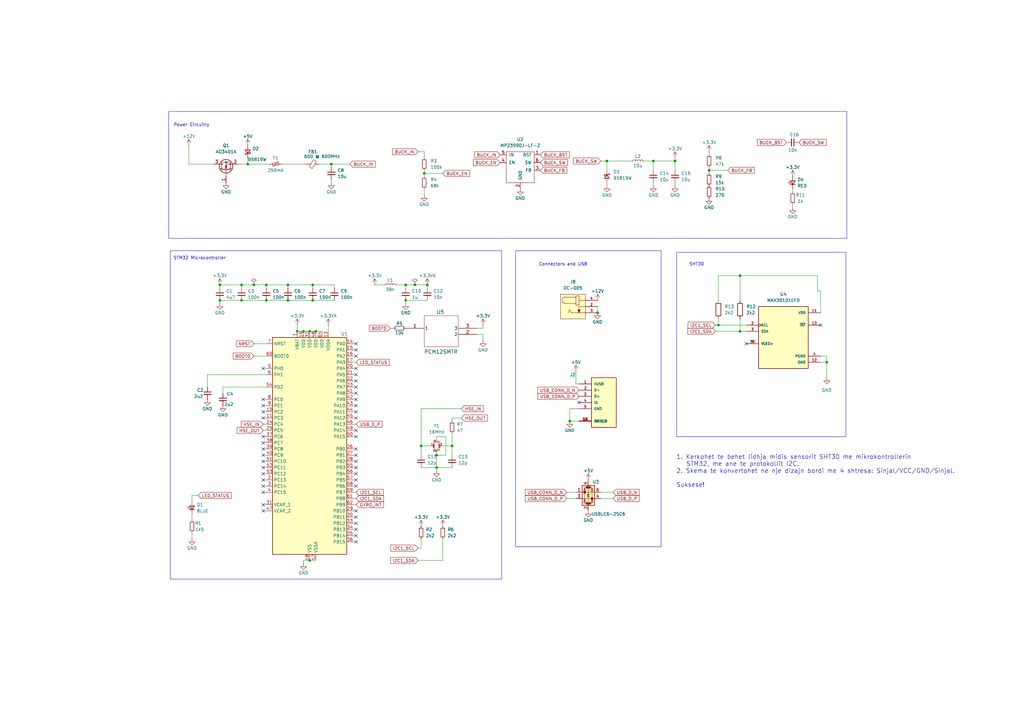
<source format=kicad_sch>
(kicad_sch (version 20250114) (generator "eeschema") (generator_version "9.0")
  (paper "A3")
  (rectangle (start 69.215 45.72) (end 347.345 97.79))
  (rectangle (start 277.495 103.505) (end 346.964 179.07))
  (rectangle (start 211.455 102.87) (end 271.145 224.282))
  (rectangle (start 69.85 102.87) (end 205.74 237.49))
  (text "1. Kerkohet te behet lidhja midis sensorit SHT30 me mikrokontrollerin \n   STM32, me ane te protokollit I2C.\n2. Skema te konvertohet ne nje dizajn bordi me 4 shtresa: Sinjal/VCC/GND/Sinjal.\n\nSuksese!" (at 277.368 193.294 0) (effects (font (size 1.778 1.778)) (justify left)))
  (text "SHT30\n\n\n" (at 285.75 110.49 0) (effects (font (size 1.27 1.27))))
  (text "STM32 Microcontroller" (at 71.12 106.68 0) (effects (font (size 1.27 1.27)) (justify left bottom)))
  (text "Connectors and USB" (at 220.98 109.22 0) (effects (font (size 1.27 1.27)) (justify left bottom)))
  (text "Power Circuitry" (at 71.12 52.07 0) (effects (font (size 1.27 1.27)) (justify left bottom)))
  (junction (at 129.54 135.89))
  (junction (at 99.06 123.19))
  (junction (at 172.72 182.88))
  (junction (at 90.17 123.19))
  (junction (at 179.07 191.77))
  (junction (at 127 229.87))
  (junction (at 339.09 148.59))
  (junction (at 173.99 71.12))
  (junction (at 175.26 116.84))
  (junction (at 294.64 133.35))
  (junction (at 267.97 66.04))
  (junction (at 166.37 123.19))
  (junction (at 248.92 66.04))
  (junction (at 170.18 116.84))
  (junction (at 233.68 172.72))
  (junction (at 109.22 116.84))
  (junction (at 101.6 67.31))
  (junction (at 118.11 116.84))
  (junction (at 104.14 116.84))
  (junction (at 99.06 116.84))
  (junction (at 290.83 69.85))
  (junction (at 276.86 66.04))
  (junction (at 303.53 113.03))
  (junction (at 109.22 123.19))
  (junction (at 135.89 67.31))
  (junction (at 90.17 116.84))
  (junction (at 166.37 116.84))
  (junction (at 124.46 135.89))
  (junction (at 245.11 128.27))
  (junction (at 127 135.89))
  (junction (at 128.27 123.19))
  (junction (at 128.27 116.84))
  (junction (at 118.11 123.19))
  (junction (at 179.07 186.69))
  (junction (at 303.53 135.89))
  (junction (at 121.92 135.89))
  (junction (at 185.42 182.88))
  (no_connect (at 336.55 133.35))
  (no_connect (at 146.05 166.37))
  (no_connect (at 107.95 166.37))
  (no_connect (at 107.95 189.23))
  (no_connect (at 146.05 156.21))
  (no_connect (at 107.95 199.39))
  (no_connect (at 107.95 196.85))
  (no_connect (at 107.95 201.93))
  (no_connect (at 107.95 186.69))
  (no_connect (at 146.05 143.51))
  (no_connect (at 146.05 158.75))
  (no_connect (at 146.05 194.31))
  (no_connect (at 107.95 207.01))
  (no_connect (at 107.95 194.31))
  (no_connect (at 146.05 179.07))
  (no_connect (at 107.95 171.45))
  (no_connect (at 146.05 212.09))
  (no_connect (at 146.05 217.17))
  (no_connect (at 146.05 184.15))
  (no_connect (at 107.95 168.91))
  (no_connect (at 146.05 219.71))
  (no_connect (at 107.95 179.07))
  (no_connect (at 146.05 189.23))
  (no_connect (at 107.95 209.55))
  (no_connect (at 146.05 146.05))
  (no_connect (at 306.07 140.97))
  (no_connect (at 146.05 214.63))
  (no_connect (at 107.95 184.15))
  (no_connect (at 146.05 163.83))
  (no_connect (at 146.05 176.53))
  (no_connect (at 107.95 151.13))
  (no_connect (at 107.95 181.61))
  (no_connect (at 146.05 161.29))
  (no_connect (at 146.05 186.69))
  (no_connect (at 146.05 222.25))
  (no_connect (at 146.05 209.55))
  (no_connect (at 146.05 196.85))
  (no_connect (at 146.05 140.97))
  (no_connect (at 107.95 191.77))
  (no_connect (at 146.05 171.45))
  (no_connect (at 146.05 153.67))
  (no_connect (at 146.05 191.77))
  (no_connect (at 146.05 151.13))
  (no_connect (at 107.95 163.83))
  (no_connect (at 237.49 165.1))
  (no_connect (at 146.05 168.91))
  (no_connect (at 146.05 199.39))
  (wire (pts (xy 144.78 153.67) (xy 146.05 153.67)))
  (wire (pts (xy 107.95 201.93) (xy 109.22 201.93)))
  (wire (pts (xy 107.95 163.83) (xy 109.22 163.83)))
  (wire (pts (xy 336.55 119.38) (xy 336.55 128.27)))
  (wire (pts (xy 107.95 207.01) (xy 109.22 207.01)))
  (wire (pts (xy 335.28 113.03) (xy 303.53 113.03)))
  (wire (pts (xy 172.72 167.64) (xy 172.72 182.88)))
  (wire (pts (xy 90.17 116.84) (xy 90.17 118.11)))
  (wire (pts (xy 179.07 180.34) (xy 179.07 179.07)))
  (wire (pts (xy 185.42 177.8) (xy 185.42 182.88)))
  (wire (pts (xy 339.09 148.59) (xy 336.55 148.59)))
  (wire (pts (xy 99.06 116.84) (xy 104.14 116.84)))
  (wire (pts (xy 146.05 161.29) (xy 144.78 161.29)))
  (wire (pts (xy 128.27 118.11) (xy 128.27 116.84)))
  (wire (pts (xy 293.37 133.35) (xy 294.64 133.35)))
  (wire (pts (xy 146.05 163.83) (xy 144.78 163.83)))
  (wire (pts (xy 175.26 116.84) (xy 170.18 116.84)))
  (wire (pts (xy 146.05 148.59) (xy 144.78 148.59)))
  (wire (pts (xy 237.49 167.64) (xy 233.68 167.64)))
  (wire (pts (xy 121.92 135.89) (xy 124.46 135.89)))
  (wire (pts (xy 166.37 116.84) (xy 162.56 116.84)))
  (wire (pts (xy 303.53 135.89) (xy 306.07 135.89)))
  (wire (pts (xy 336.55 146.05) (xy 339.09 146.05)))
  (wire (pts (xy 107.95 171.45) (xy 109.22 171.45)))
  (wire (pts (xy 107.95 199.39) (xy 109.22 199.39)))
  (wire (pts (xy 107.95 196.85) (xy 109.22 196.85)))
  (wire (pts (xy 294.64 113.03) (xy 303.53 113.03)))
  (wire (pts (xy 77.47 59.69) (xy 77.47 67.31)))
  (wire (pts (xy 290.83 63.5) (xy 290.83 62.23)))
  (wire (pts (xy 146.05 209.55) (xy 144.78 209.55)))
  (wire (pts (xy 303.53 113.03) (xy 303.53 123.19)))
  (wire (pts (xy 293.37 135.89) (xy 303.53 135.89)))
  (wire (pts (xy 90.17 124.46) (xy 90.17 123.19)))
  (wire (pts (xy 81.28 203.2) (xy 78.74 203.2)))
  (wire (pts (xy 135.89 68.58) (xy 135.89 67.31)))
  (wire (pts (xy 233.68 172.72) (xy 237.49 172.72)))
  (wire (pts (xy 90.17 123.19) (xy 99.06 123.19)))
  (wire (pts (xy 107.95 181.61) (xy 109.22 181.61)))
  (wire (pts (xy 109.22 123.19) (xy 118.11 123.19)))
  (wire (pts (xy 290.83 69.85) (xy 290.83 71.12)))
  (wire (pts (xy 146.05 207.01) (xy 144.78 207.01)))
  (wire (pts (xy 179.07 193.04) (xy 179.07 191.77)))
  (wire (pts (xy 99.06 118.11) (xy 99.06 116.84)))
  (wire (pts (xy 173.99 71.12) (xy 173.99 69.85)))
  (wire (pts (xy 146.05 171.45) (xy 144.78 171.45)))
  (wire (pts (xy 107.95 179.07) (xy 109.22 179.07)))
  (wire (pts (xy 78.74 213.36) (xy 78.74 210.82)))
  (wire (pts (xy 198.12 137.16) (xy 195.58 137.16)))
  (wire (pts (xy 124.46 231.14) (xy 124.46 229.87)))
  (wire (pts (xy 248.92 69.85) (xy 248.92 66.04)))
  (wire (pts (xy 185.42 171.45) (xy 185.42 172.72)))
  (wire (pts (xy 248.92 66.04) (xy 246.38 66.04)))
  (wire (pts (xy 109.22 118.11) (xy 109.22 116.84)))
  (wire (pts (xy 181.61 71.12) (xy 173.99 71.12)))
  (wire (pts (xy 144.78 151.13) (xy 146.05 151.13)))
  (wire (pts (xy 91.44 161.29) (xy 91.44 158.75)))
  (wire (pts (xy 146.05 196.85) (xy 144.78 196.85)))
  (wire (pts (xy 146.05 184.15) (xy 144.78 184.15)))
  (wire (pts (xy 195.58 134.62) (xy 198.12 134.62)))
  (wire (pts (xy 104.14 146.05) (xy 109.22 146.05)))
  (wire (pts (xy 146.05 217.17) (xy 144.78 217.17)))
  (wire (pts (xy 325.12 78.74) (xy 325.12 77.47)))
  (wire (pts (xy 181.61 182.88) (xy 185.42 182.88)))
  (wire (pts (xy 171.45 229.87) (xy 181.61 229.87)))
  (wire (pts (xy 276.86 64.77) (xy 276.86 66.04)))
  (wire (pts (xy 107.95 173.99) (xy 109.22 173.99)))
  (wire (pts (xy 245.11 125.73) (xy 245.11 128.27)))
  (wire (pts (xy 110.49 67.31) (xy 101.6 67.31)))
  (wire (pts (xy 339.09 154.94) (xy 339.09 148.59)))
  (wire (pts (xy 173.99 80.01) (xy 173.99 77.47)))
  (wire (pts (xy 246.38 204.47) (xy 251.46 204.47)))
  (wire (pts (xy 146.05 199.39) (xy 144.78 199.39)))
  (wire (pts (xy 179.07 185.42) (xy 179.07 186.69)))
  (wire (pts (xy 107.95 166.37) (xy 109.22 166.37)))
  (wire (pts (xy 99.06 123.19) (xy 109.22 123.19)))
  (wire (pts (xy 146.05 222.25) (xy 144.78 222.25)))
  (wire (pts (xy 182.88 179.07) (xy 182.88 186.69)))
  (wire (pts (xy 181.61 229.87) (xy 181.61 220.98)))
  (wire (pts (xy 146.05 191.77) (xy 144.78 191.77)))
  (wire (pts (xy 87.63 67.31) (xy 77.47 67.31)))
  (wire (pts (xy 107.95 189.23) (xy 109.22 189.23)))
  (wire (pts (xy 146.05 194.31) (xy 144.78 194.31)))
  (wire (pts (xy 335.28 119.38) (xy 336.55 119.38)))
  (wire (pts (xy 290.83 69.85) (xy 290.83 68.58)))
  (wire (pts (xy 179.07 186.69) (xy 179.07 191.77)))
  (wire (pts (xy 276.86 66.04) (xy 267.97 66.04)))
  (wire (pts (xy 90.17 116.84) (xy 99.06 116.84)))
  (wire (pts (xy 104.14 140.97) (xy 109.22 140.97)))
  (wire (pts (xy 294.64 130.81) (xy 294.64 133.35)))
  (wire (pts (xy 107.95 168.91) (xy 109.22 168.91)))
  (wire (pts (xy 335.28 119.38) (xy 335.28 113.03)))
  (wire (pts (xy 124.46 135.89) (xy 127 135.89)))
  (wire (pts (xy 85.09 158.75) (xy 85.09 153.67)))
  (wire (pts (xy 128.27 123.19) (xy 137.16 123.19)))
  (wire (pts (xy 109.22 116.84) (xy 118.11 116.84)))
  (wire (pts (xy 146.05 166.37) (xy 144.78 166.37)))
  (wire (pts (xy 303.53 130.81) (xy 303.53 135.89)))
  (wire (pts (xy 171.45 224.79) (xy 172.72 224.79)))
  (wire (pts (xy 143.51 67.31) (xy 135.89 67.31)))
  (wire (pts (xy 276.86 69.85) (xy 276.86 66.04)))
  (wire (pts (xy 170.18 116.84) (xy 166.37 116.84)))
  (wire (pts (xy 85.09 153.67) (xy 109.22 153.67)))
  (wire (pts (xy 97.79 67.31) (xy 101.6 67.31)))
  (wire (pts (xy 118.11 118.11) (xy 118.11 116.84)))
  (wire (pts (xy 78.74 220.98) (xy 78.74 218.44)))
  (wire (pts (xy 236.22 157.48) (xy 237.49 157.48)))
  (wire (pts (xy 134.62 133.35) (xy 134.62 135.89)))
  (wire (pts (xy 146.05 168.91) (xy 144.78 168.91)))
  (wire (pts (xy 276.86 76.2) (xy 276.86 74.93)))
  (wire (pts (xy 146.05 186.69) (xy 144.78 186.69)))
  (wire (pts (xy 294.64 113.03) (xy 294.64 123.19)))
  (wire (pts (xy 171.45 62.23) (xy 173.99 62.23)))
  (wire (pts (xy 160.02 134.62) (xy 161.29 134.62)))
  (wire (pts (xy 172.72 167.64) (xy 189.23 167.64)))
  (wire (pts (xy 144.78 146.05) (xy 146.05 146.05)))
  (wire (pts (xy 107.95 176.53) (xy 109.22 176.53)))
  (wire (pts (xy 173.99 72.39) (xy 173.99 71.12)))
  (wire (pts (xy 182.88 186.69) (xy 179.07 186.69)))
  (wire (pts (xy 259.08 66.04) (xy 248.92 66.04)))
  (wire (pts (xy 233.68 167.64) (xy 233.68 172.72)))
  (wire (pts (xy 179.07 191.77) (xy 185.42 191.77)))
  (wire (pts (xy 78.74 203.2) (xy 78.74 205.74)))
  (wire (pts (xy 267.97 76.2) (xy 267.97 74.93)))
  (wire (pts (xy 298.45 69.85) (xy 290.83 69.85)))
  (wire (pts (xy 107.95 186.69) (xy 109.22 186.69)))
  (wire (pts (xy 179.07 179.07) (xy 182.88 179.07)))
  (wire (pts (xy 236.22 152.4) (xy 236.22 157.48)))
  (wire (pts (xy 101.6 64.77) (xy 101.6 67.31)))
  (wire (pts (xy 118.11 116.84) (xy 128.27 116.84)))
  (wire (pts (xy 107.95 209.55) (xy 109.22 209.55)))
  (wire (pts (xy 144.78 143.51) (xy 146.05 143.51)))
  (wire (pts (xy 198.12 134.62) (xy 198.12 133.35)))
  (wire (pts (xy 246.38 201.93) (xy 251.46 201.93)))
  (wire (pts (xy 91.44 158.75) (xy 109.22 158.75)))
  (wire (pts (xy 172.72 186.69) (xy 172.72 182.88)))
  (wire (pts (xy 232.41 204.47) (xy 236.22 204.47)))
  (wire (pts (xy 127 135.89) (xy 129.54 135.89)))
  (wire (pts (xy 118.11 123.19) (xy 128.27 123.19)))
  (wire (pts (xy 146.05 212.09) (xy 144.78 212.09)))
  (wire (pts (xy 146.05 176.53) (xy 144.78 176.53)))
  (wire (pts (xy 166.37 124.46) (xy 166.37 123.19)))
  (wire (pts (xy 232.41 201.93) (xy 236.22 201.93)))
  (wire (pts (xy 173.99 62.23) (xy 173.99 64.77)))
  (wire (pts (xy 325.12 85.09) (xy 325.12 83.82)))
  (wire (pts (xy 127 229.87) (xy 129.54 229.87)))
  (wire (pts (xy 129.54 135.89) (xy 132.08 135.89)))
  (wire (pts (xy 146.05 214.63) (xy 144.78 214.63)))
  (wire (pts (xy 146.05 173.99) (xy 144.78 173.99)))
  (wire (pts (xy 166.37 123.19) (xy 175.26 123.19)))
  (wire (pts (xy 124.46 229.87) (xy 127 229.87)))
  (wire (pts (xy 294.64 133.35) (xy 306.07 133.35)))
  (wire (pts (xy 146.05 158.75) (xy 144.78 158.75)))
  (wire (pts (xy 107.95 194.31) (xy 109.22 194.31)))
  (wire (pts (xy 146.05 140.97) (xy 144.78 140.97)))
  (wire (pts (xy 175.26 118.11) (xy 175.26 116.84)))
  (wire (pts (xy 172.72 224.79) (xy 172.72 220.98)))
  (wire (pts (xy 189.23 171.45) (xy 185.42 171.45)))
  (wire (pts (xy 153.67 116.84) (xy 157.48 116.84)))
  (wire (pts (xy 146.05 201.93) (xy 144.78 201.93)))
  (wire (pts (xy 146.05 189.23) (xy 144.78 189.23)))
  (wire (pts (xy 339.09 146.05) (xy 339.09 148.59)))
  (wire (pts (xy 267.97 66.04) (xy 264.16 66.04)))
  (wire (pts (xy 172.72 182.88) (xy 176.53 182.88)))
  (wire (pts (xy 135.89 67.31) (xy 130.81 67.31)))
  (wire (pts (xy 146.05 156.21) (xy 144.78 156.21)))
  (wire (pts (xy 107.95 151.13) (xy 109.22 151.13)))
  (wire (pts (xy 137.16 116.84) (xy 137.16 118.11)))
  (wire (pts (xy 146.05 204.47) (xy 144.78 204.47)))
  (wire (pts (xy 107.95 191.77) (xy 109.22 191.77)))
  (wire (pts (xy 248.92 76.2) (xy 248.92 74.93)))
  (wire (pts (xy 179.07 191.77) (xy 172.72 191.77)))
  (wire (pts (xy 267.97 69.85) (xy 267.97 66.04)))
  (wire (pts (xy 121.92 133.35) (xy 121.92 135.89)))
  (wire (pts (xy 104.14 116.84) (xy 109.22 116.84)))
  (wire (pts (xy 146.05 179.07) (xy 144.78 179.07)))
  (wire (pts (xy 135.89 74.93) (xy 135.89 73.66)))
  (wire (pts (xy 107.95 184.15) (xy 109.22 184.15)))
  (wire (pts (xy 146.05 219.71) (xy 144.78 219.71)))
  (wire (pts (xy 166.37 118.11) (xy 166.37 116.84)))
  (wire (pts (xy 185.42 186.69) (xy 185.42 182.88)))
  (wire (pts (xy 115.57 67.31) (xy 125.73 67.31)))
  (wire (pts (xy 128.27 116.84) (xy 137.16 116.84)))
  (wire (pts (xy 198.12 139.7) (xy 198.12 137.16)))
  (global_label "BUCK_SW" (shape input) (at 327.66 58.42 0) (property "Intersheetrefs" "${INTERSHEET_REFS}" (effects (hide yes))))
  (global_label "I2C1_SDA" (shape input) (at 171.45 229.87 180) (property "Intersheetrefs" "${INTERSHEET_REFS}" (effects (hide yes))))
  (global_label "USB_D_N" (shape input) (at 251.46 201.93 0) (property "Intersheetrefs" "${INTERSHEET_REFS}" (effects (hide yes))))
  (global_label "BOOT0" (shape input) (at 160.02 134.62 180) (property "Intersheetrefs" "${INTERSHEET_REFS}" (effects (hide yes))))
  (global_label "HSE_IN" (shape input) (at 107.95 173.99 180) (property "Intersheetrefs" "${INTERSHEET_REFS}" (effects (hide yes))))
  (global_label "HSE_OUT" (shape input) (at 107.95 176.53 180) (property "Intersheetrefs" "${INTERSHEET_REFS}" (effects (hide yes))))
  (global_label "BOOT0" (shape input) (at 104.14 146.05 180) (property "Intersheetrefs" "${INTERSHEET_REFS}" (effects (hide yes))))
  (global_label "I2C1_SCL" (shape input) (at 146.05 201.93 0) (property "Intersheetrefs" "${INTERSHEET_REFS}" (effects (hide yes))))
  (global_label "BUCK_EN" (shape input) (at 181.61 71.12 0) (property "Intersheetrefs" "${INTERSHEET_REFS}" (effects (hide yes))))
  (global_label "USB_CONN_D_N" (shape input) (at 232.41 201.93 180) (property "Intersheetrefs" "${INTERSHEET_REFS}" (effects (hide yes))))
  (global_label "I2C1_SDA" (shape input) (at 146.05 204.47 0) (property "Intersheetrefs" "${INTERSHEET_REFS}" (effects (hide yes))))
  (global_label "GYRO_INT" (shape input) (at 146.05 207.01 0) (property "Intersheetrefs" "${INTERSHEET_REFS}" (effects (hide yes))))
  (global_label "USB_CONN_D_P" (shape input) (at 232.41 204.47 180) (property "Intersheetrefs" "${INTERSHEET_REFS}" (effects (hide yes))))
  (global_label "I2C1_SDA" (shape input) (at 293.37 135.89 180) (property "Intersheetrefs" "${INTERSHEET_REFS}" (effects (hide yes))))
  (global_label "BUCK_BST" (shape input) (at 322.58 58.42 180) (property "Intersheetrefs" "${INTERSHEET_REFS}" (effects (hide yes))))
  (global_label "LED_STATUS" (shape input) (at 146.05 148.59 0) (property "Intersheetrefs" "${INTERSHEET_REFS}" (effects (hide yes))))
  (global_label "BUCK_IN" (shape input) (at 143.51 67.31 0) (property "Intersheetrefs" "${INTERSHEET_REFS}" (effects (hide yes))))
  (global_label "I2C1_SCL" (shape input) (at 171.45 224.79 180) (property "Intersheetrefs" "${INTERSHEET_REFS}" (effects (hide yes))))
  (global_label "BUCK_SW" (shape input) (at 221.615 66.675 0) (property "Intersheetrefs" "${INTERSHEET_REFS}" (effects (hide yes))))
  (global_label "HSE_IN" (shape input) (at 189.23 167.64 0) (property "Intersheetrefs" "${INTERSHEET_REFS}" (effects (hide yes))))
  (global_label "NRST" (shape input) (at 104.14 140.97 180) (property "Intersheetrefs" "${INTERSHEET_REFS}" (effects (hide yes))))
  (global_label "LED_STATUS" (shape input) (at 81.28 203.2 0) (property "Intersheetrefs" "${INTERSHEET_REFS}" (effects (hide yes))))
  (global_label "BUCK_IN" (shape input) (at 171.45 62.23 180) (property "Intersheetrefs" "${INTERSHEET_REFS}" (effects (hide yes))))
  (global_label "HSE_OUT" (shape input) (at 189.23 171.45 0) (property "Intersheetrefs" "${INTERSHEET_REFS}" (effects (hide yes))))
  (global_label "BUCK_SW" (shape input) (at 246.38 66.04 180) (property "Intersheetrefs" "${INTERSHEET_REFS}" (effects (hide yes))))
  (global_label "USB_CONN_D_P" (shape input) (at 237.49 162.56 180) (property "Intersheetrefs" "${INTERSHEET_REFS}" (effects (hide yes))))
  (global_label "BUCK_FB" (shape input) (at 221.615 69.85 0) (property "Intersheetrefs" "${INTERSHEET_REFS}" (effects (hide yes))))
  (global_label "USB_D_P" (shape input) (at 146.05 173.99 0) (property "Intersheetrefs" "${INTERSHEET_REFS}" (effects (hide yes))))
  (global_label "USB_CONN_D_N" (shape input) (at 237.49 160.02 180) (property "Intersheetrefs" "${INTERSHEET_REFS}" (effects (hide yes))))
  (global_label "USB_D_P" (shape input) (at 251.46 204.47 0) (property "Intersheetrefs" "${INTERSHEET_REFS}" (effects (hide yes))))
  (global_label "BUCK_BST" (shape input) (at 221.615 63.5 0) (property "Intersheetrefs" "${INTERSHEET_REFS}" (effects (hide yes))))
  (global_label "BUCK_EN" (shape input) (at 205.105 66.675 180) (property "Intersheetrefs" "${INTERSHEET_REFS}" (effects (hide yes))))
  (global_label "BUCK_FB" (shape input) (at 298.45 69.85 0) (property "Intersheetrefs" "${INTERSHEET_REFS}" (effects (hide yes))))
  (global_label "BUCK_IN" (shape input) (at 205.105 63.5 180) (property "Intersheetrefs" "${INTERSHEET_REFS}" (effects (hide yes))))
  (global_label "I2C1_SCL" (shape input) (at 293.37 133.35 180) (property "Intersheetrefs" "${INTERSHEET_REFS}" (effects (hide yes))))
  (symbol (lib_id "Device:D_Schottky_Small") (at 101.6 62.23 90) (unit 1)
    (property "Reference" "D2" (at 103.505 60.96 90) (effects (justify right)))
    (property "Value" "B5819W" (at 101.6 65.405 90) (effects (justify right)))
    (property "Footprint" "Diode_SMD:D_SOD-123" (effects (hide yes)))
    (property "LCSC Part #" "C8598" (effects (hide yes)))
  )
  (symbol (lib_id "Device:C_Small") (at 325.12 58.42 270) (unit 1)
    (property "Reference" "C16" (at 323.85 55.245 90) (effects (justify left)))
    (property "Value" "10n" (at 323.215 61.595 90) (effects (justify left)))
    (property "Footprint" "Capacitor_SMD:C_0603_1608Metric" (effects (hide yes)))
    (property "LCSC Part #" "C57112" (effects (hide yes)))
  )
  (symbol (lib_id "power:GND") (at 233.68 172.72 0) (unit 1)
    (property "Reference" "#PWR027" (effects (hide yes)))
    (property "Value" "GND" (at 233.68 176.53 0))
  )
  (symbol (lib_id "Device:C_Small") (at 185.42 189.23 0) (unit 1)
    (property "Reference" "C13" (at 187.96 187.325 0) (effects (justify left)))
    (property "Value" "12p" (at 187.96 189.865 0) (effects (justify left)))
    (property "Footprint" "Capacitor_SMD:C_0402_1005Metric" (effects (hide yes)))
    (property "LCSC Part #" "C1547" (effects (hide yes)))
  )
  (symbol (lib_id "power:+3.3V") (at 90.17 116.84 0) (unit 1)
    (property "Reference" "#PWR03" (effects (hide yes)))
    (property "Value" "+3.3V" (at 90.17 113.03 0))
  )
  (symbol (lib_id "Device:C_Small") (at 137.16 120.65 0) (unit 1)
    (property "Reference" "C9" (at 139.7 119.38 0) (effects (justify left)))
    (property "Value" "100n" (at 139.7 121.92 0) (effects (justify left)))
    (property "Footprint" "Capacitor_SMD:C_0402_1005Metric" (effects (hide yes)))
    (property "LCSC Part #" "C1525" (effects (hide yes)))
  )
  (symbol (lib_id "power:GND") (at 90.17 124.46 0) (unit 1)
    (property "Reference" "#PWR04" (effects (hide yes)))
    (property "Value" "GND" (at 90.17 128.27 0))
  )
  (symbol (lib_id "Device:R_Small") (at 173.99 67.31 0) (unit 1)
    (property "Reference" "R3" (at 176.53 66.04 0) (effects (justify left)))
    (property "Value" "100k" (at 176.53 68.58 0) (effects (justify left)))
    (property "Footprint" "Resistor_SMD:R_0603_1608Metric" (effects (hide yes)))
    (property "LCSC Part #" "C25803" (effects (hide yes)))
  )
  (symbol (lib_id "power:GND") (at 248.92 76.2 0) (unit 1)
    (property "Reference" "#PWR029" (effects (hide yes)))
    (property "Value" "GND" (at 248.92 80.01 0))
  )
  (symbol (lib_id "power:+3.3V") (at 276.86 64.77 0) (unit 1)
    (property "Reference" "#PWR031" (effects (hide yes)))
    (property "Value" "+3.3V" (at 276.86 60.96 0))
  )
  (symbol (lib_id "Device:R_Small") (at 181.61 218.44 0) (unit 1)
    (property "Reference" "R6" (at 183.515 217.17 0) (effects (justify left)))
    (property "Value" "2k2" (at 183.515 219.71 0) (effects (justify left)))
    (property "Footprint" "Resistor_SMD:R_0402_1005Metric" (effects (hide yes)))
    (property "LCSC Part #" "C25879" (effects (hide yes)))
  )
  (symbol (lib_id "SchmillipKiCADLibrary:MP2359DJ-LF-Z") (at 213.36 69.85 0) (unit 1)
    (property "Reference" "U2" (at 213.36 57.15 0))
    (property "Value" "MP2359DJ-LF-Z" (at 213.36 59.69 0))
    (property "Footprint" "Package_TO_SOT_SMD:SOT-23-6" (effects (hide yes)))
    (property "LCSC Part #" "C14259" (effects (hide yes)))
  )
  (symbol (lib_id "power:GND") (at 166.37 124.46 0) (unit 1)
    (property "Reference" "#PWR014" (effects (hide yes)))
    (property "Value" "GND" (at 166.37 128.27 0))
  )
  (symbol (lib_id "Device:L_Small") (at 261.62 66.04 90) (unit 1)
    (property "Reference" "L2" (at 261.62 64.135 90))
    (property "Value" "10u" (at 261.62 67.945 90))
    (property "Footprint" "TerminalBlock_RND:TerminalBlock_RND_205-00001_1x02_P5.00mm_Horizontal" (effects (hide yes)))
    (property "Description" "TDK SPM6530T-100M-HZ" (effects (hide yes)))
    (property "LCSC Part #" "C360728" (effects (hide yes)))
  )
  (symbol (lib_id "power:+12V") (at 77.47 59.69 0) (unit 1)
    (property "Reference" "#PWR01" (effects (hide yes)))
    (property "Value" "+12V" (at 77.47 55.88 0))
  )
  (symbol (lib_id "power:GND") (at 135.89 74.93 0) (unit 1)
    (property "Reference" "#PWR012" (effects (hide yes)))
    (property "Value" "GND" (at 135.89 78.74 0))
  )
  (symbol (lib_id "power:GND") (at 91.44 166.37 0) (unit 1)
    (property "Reference" "#PWR07" (effects (hide yes)))
    (property "Value" "GND" (at 91.44 170.18 0))
  )
  (symbol (lib_id "Device:C_Small") (at 128.27 120.65 0) (unit 1)
    (property "Reference" "C7" (at 130.81 119.38 0) (effects (justify left)))
    (property "Value" "100n" (at 130.81 121.92 0) (effects (justify left)))
    (property "Footprint" "Capacitor_SMD:C_0402_1005Metric" (effects (hide yes)))
    (property "LCSC Part #" "C1525" (effects (hide yes)))
  )
  (symbol (lib_id "Device:C_Small") (at 267.97 72.39 0) (unit 1)
    (property "Reference" "C14" (at 270.51 71.12 0) (effects (justify left)))
    (property "Value" "10u" (at 270.51 73.66 0) (effects (justify left)))
    (property "Footprint" "Capacitor_SMD:C_1206_3216Metric" (effects (hide yes)))
    (property "LCSC Part #" "C13585" (effects (hide yes)))
  )
  (symbol (lib_id "Device:C_Small") (at 109.22 120.65 0) (unit 1)
    (property "Reference" "C5" (at 111.76 119.38 0) (effects (justify left)))
    (property "Value" "100n" (at 111.76 121.92 0) (effects (justify left)))
    (property "Footprint" "Capacitor_SMD:C_0402_1005Metric" (effects (hide yes)))
    (property "LCSC Part #" "C1525" (effects (hide yes)))
  )
  (symbol (lib_id "Device:Polyfuse_Small") (at 113.03 67.31 270) (unit 1)
    (property "Reference" "F1" (at 113.03 64.77 90))
    (property "Value" "250mA" (at 113.03 69.85 90))
    (property "Footprint" "Fuse:Fuse_1206_3216Metric" (effects (hide yes)))
    (property "LCSC Part #" "C369159" (effects (hide yes)))
  )
  (symbol (lib_id "Device:Ferrite_Bead_Small") (at 128.27 67.31 270) (unit 1)
    (property "Reference" "FB1" (at 128.27 62.23 90))
    (property "Value" "600 @ 600MHz" (at 132.08 64.135 90))
    (property "Footprint" "Inductor_SMD:L_0805_2012Metric" (effects (hide yes)))
    (property "LCSC Part #" "C1017" (effects (hide yes)))
  )
  (symbol (lib_id "power:+5V") (at 236.22 152.4 0) (unit 1)
    (property "Reference" "#PWR028" (effects (hide yes)))
    (property "Value" "+5V" (at 236.22 148.59 0))
  )
  (symbol (lib_id "Device:R_Small") (at 185.42 175.26 0) (unit 1)
    (property "Reference" "R7" (at 187.325 173.99 0) (effects (justify left)))
    (property "Value" "47" (at 187.325 176.53 0) (effects (justify left)))
    (property "Footprint" "Resistor_SMD:R_0402_1005Metric" (effects (hide yes)))
    (property "LCSC Part #" "C25118" (effects (hide yes)))
  )
  (symbol (lib_id "power:GND") (at 198.12 139.7 0) (unit 1)
    (property "Reference" "#PWR021" (effects (hide yes)))
    (property "Value" "GND" (at 198.12 143.51 0))
  )
  (symbol (lib_id "power:GND") (at 85.09 163.83 0) (unit 1)
    (property "Reference" "#PWR05" (effects (hide yes)))
    (property "Value" "GND" (at 85.09 167.64 0))
  )
  (symbol (lib_id "power:+3.3V") (at 181.61 215.9 0) (unit 1)
    (property "Reference" "#PWR019" (effects (hide yes)))
    (property "Value" "+3.3V" (at 181.61 212.09 0))
  )
  (symbol (lib_id "Device:C_Small") (at 175.26 120.65 0) (unit 1)
    (property "Reference" "C12" (at 177.8 119.38 0) (effects (justify left)))
    (property "Value" "10n" (at 177.8 121.92 0) (effects (justify left)))
    (property "Footprint" "Capacitor_SMD:C_0402_1005Metric" (effects (hide yes)))
    (property "LCSC Part #" "C15195" (effects (hide yes)))
  )
  (symbol (lib_id "power:GND") (at 267.97 76.2 0) (unit 1)
    (property "Reference" "#PWR030" (effects (hide yes)))
    (property "Value" "GND" (at 267.97 80.01 0))
  )
  (symbol (lib_id "power:GND") (at 124.46 231.14 0) (unit 1)
    (property "Reference" "#PWR010" (effects (hide yes)))
    (property "Value" "GND" (at 124.46 234.95 0))
  )
  (symbol (lib_id "10118193-0001LF:10118193-0001LF") (at 247.65 165.1 0) (unit 1)
    (property "Reference" "J2" (at 233.68 153.6699 0) (effects (justify left)))
    (property "Value" "10118193-0001LF" (effects (hide yes)))
    (property "Footprint" "TerminalBlock_4Ucon:TerminalBlock_4Ucon_1x11_P3.50mm_Horizontal" (effects (hide yes)))
    (property "MF" "AMPHENOL ICC / FCI" (effects (hide yes)))
    (property "MAXIMUM_PACKAGE_HEIGHT" "2.55 mm" (effects (hide yes)))
    (property "Package" "None" (effects (hide yes)))
    (property "Price" "None" (effects (hide yes)))
    (property "Check_prices" "https://www.snapeda.com/parts/10118193-0001LF/Amphenol/view-part/?ref=eda" (effects (hide yes)))
    (property "STANDARD" "Manufacturer Recommendations" (effects (hide yes)))
    (property "PARTREV" "E" (effects (hide yes)))
    (property "SnapEDA_Link" "https://www.snapeda.com/parts/10118193-0001LF/Amphenol/view-part/?ref=snap" (effects (hide yes)))
    (property "MP" "10118193-0001LF" (effects (hide yes)))
    (property "Description_1" "\n                        \n                            Right Angle Surface Mount Mount Female USB Connector 100 V ac 1.8A | Amphenol FCI (Amphenol CS) 10118193-0001LF\n                        \n" (effects (hide yes)))
    (property "Availability" "In Stock" (effects (hide yes)))
    (property "MANUFACTURER" "Amphenol FCI" (effects (hide yes)))
  )
  (symbol (lib_id "power:PWR_FLAG") (at 104.14 116.84 0) (unit 1)
    (property "Reference" "#FLG01" (effects (hide yes)))
    (property "Value" "PWR_FLAG" (effects (hide yes)))
    (property "Description" "Special symbol for telling ERC where power comes from" (effects (hide yes)))
  )
  (symbol (lib_id "Device:C_Small") (at 85.09 161.29 0) (unit 1)
    (property "Reference" "C2" (at 80.772 160.02 0) (effects (justify left)))
    (property "Value" "2u2" (at 79.502 162.56 0) (effects (justify left)))
    (property "Footprint" "Capacitor_SMD:C_0603_1608Metric" (effects (hide yes)))
    (property "LCSC Part #" "C23630" (effects (hide yes)))
  )
  (symbol (lib_id "Device:LED_Small") (at 78.74 208.28 90) (unit 1)
    (property "Reference" "D1" (at 80.645 207.01 90) (effects (justify right)))
    (property "Value" "BLUE" (at 80.645 209.55 90) (effects (justify right)))
    (property "Footprint" "LED_SMD:LED_0603_1608Metric" (effects (hide yes)))
    (property "LCSC Part #" "C72041" (effects (hide yes)))
  )
  (symbol (lib_id "Device:R_Small") (at 325.12 81.28 180) (unit 1)
    (property "Reference" "R11" (at 328.295 80.01 0))
    (property "Value" "1k" (at 328.295 82.55 0))
    (property "Footprint" "Resistor_SMD:R_0603_1608Metric" (effects (hide yes)))
    (property "LCSC Part #" "C21190" (effects (hide yes)))
  )
  (symbol (lib_id "Device:L_Small") (at 160.02 116.84 90) (unit 1)
    (property "Reference" "L1" (at 160.02 114.935 90))
    (property "Value" "39n" (at 160.02 118.745 90))
    (property "Footprint" "Inductor_SMD:L_0402_1005Metric" (effects (hide yes)))
    (property "LCSC Part #" "C26443" (effects (hide yes)))
  )
  (symbol (lib_id "power:+3.3V") (at 290.83 62.23 0) (unit 1)
    (property "Reference" "#PWR037" (effects (hide yes)))
    (property "Value" "+3.3V" (at 290.83 58.42 0))
  )
  (symbol (lib_id "power:+3.3VA") (at 134.62 133.35 0) (unit 1)
    (property "Reference" "#PWR011" (effects (hide yes)))
    (property "Value" "+3.3VA" (at 134.62 129.54 0))
  )
  (symbol (lib_id "power:GND") (at 245.11 128.27 0) (unit 1)
    (property "Reference" "#PWR024" (effects (hide yes)))
    (property "Value" "GND" (at 245.11 132.08 0))
  )
  (symbol (lib_id "Device:R_Small") (at 290.83 66.04 0) (unit 1)
    (property "Reference" "R8" (at 293.37 64.77 0) (effects (justify left)))
    (property "Value" "47k" (at 293.37 67.31 0) (effects (justify left)))
    (property "Footprint" "Resistor_SMD:R_0603_1608Metric" (effects (hide yes)))
    (property "LCSC Part #" "C25819" (effects (hide yes)))
  )
  (symbol (lib_id "Device:C_Small") (at 172.72 189.23 0) (unit 1)
    (property "Reference" "C11" (at 175.26 187.325 0) (effects (justify left)))
    (property "Value" "12p" (at 175.26 189.865 0) (effects (justify left)))
    (property "Footprint" "Capacitor_SMD:C_0402_1005Metric" (effects (hide yes)))
    (property "LCSC Part #" "C1547" (effects (hide yes)))
  )
  (symbol (lib_id "power:+3.3VA") (at 175.26 116.84 0) (unit 1)
    (property "Reference" "#PWR017" (effects (hide yes)))
    (property "Value" "+3.3VA" (at 175.26 113.03 0))
  )
  (symbol (lib_id "power:+3.3V") (at 325.12 72.39 0) (unit 1)
    (property "Reference" "#PWR042" (effects (hide yes)))
    (property "Value" "+3.3V" (at 325.12 68.58 0))
  )
  (symbol (lib_id "Device:C_Small") (at 118.11 120.65 0) (unit 1)
    (property "Reference" "C6" (at 120.65 119.38 0) (effects (justify left)))
    (property "Value" "100n" (at 120.65 121.92 0) (effects (justify left)))
    (property "Footprint" "Capacitor_SMD:C_0402_1005Metric" (effects (hide yes)))
    (property "LCSC Part #" "C1525" (effects (hide yes)))
  )
  (symbol (lib_id "power:+5V") (at 101.6 59.69 0) (unit 1)
    (property "Reference" "#PWR08" (effects (hide yes)))
    (property "Value" "+5V" (at 101.6 55.88 0))
  )
  (symbol (lib_id "Device:C_Small") (at 166.37 120.65 0) (unit 1)
    (property "Reference" "C10" (at 168.91 119.38 0) (effects (justify left)))
    (property "Value" "1u" (at 168.91 121.92 0) (effects (justify left)))
    (property "Footprint" "Capacitor_SMD:C_0402_1005Metric" (effects (hide yes)))
    (property "LCSC Part #" "C52923" (effects (hide yes)))
  )
  (symbol (lib_id "power:+5V") (at 241.3 196.85 0) (unit 1)
    (property "Reference" "#PWR039" (effects (hide yes)))
    (property "Value" "+5V" (at 241.3 193.04 0))
  )
  (symbol (lib_id "power:GND") (at 276.86 76.2 0) (unit 1)
    (property "Reference" "#PWR032" (effects (hide yes)))
    (property "Value" "GND" (at 276.86 80.01 0))
  )
  (symbol (lib_id "Power_Protection:USBLC6-2SC6") (at 241.3 201.93 0) (unit 1)
    (property "Reference" "U3" (at 244.348 197.612 0))
    (property "Value" "USBLC6-2SC6" (at 249.555 210.82 0))
    (property "Footprint" "Package_TO_SOT_SMD:SOT-23-6" (effects (hide yes)))
    (property "Datasheet" "https://www.st.com/resource/en/datasheet/usblc6-2.pdf" (effects (hide yes)))
    (property "LCSC Part #" "C7519" (effects (hide yes)))
  )
  (symbol (lib_id "2024-11-09_23-25-21:PCM12SMTR") (at 166.37 134.62 0) (unit 1)
    (property "Reference" "U5" (at 180.594 128.016 0) (effects (font (size 1.524 1.524))))
    (property "Value" "PCM12SMTR" (at 180.848 144.272 0) (effects (font (size 1.524 1.524))))
    (property "Footprint" "Capacitor_SMD:CP_Elec_CAP-XX_DMF3Zxxxxxxxx3D" (effects (hide yes)))
    (property "Datasheet" "PCM12SMTR" (effects (hide yes)))
  )
  (symbol (lib_id "MCU_ST_STM32F4:STM32F405RGTx") (at 127 184.15 0) (unit 1)
    (property "Reference" "U1" (at 141.224 136.906 0))
    (property "Value" "STM32F405RGT6" (effects (hide yes)))
    (property "Footprint" "Package_QFP:LQFP-64_10x10mm_P0.5mm" (effects (hide yes)))
    (property "Datasheet" "http://www.st.com/st-web-ui/static/active/en/resource/technical/document/datasheet/DM00037051.pdf" (effects (hide yes)))
    (property "LCSC Part #" "C15742" (effects (hide yes)))
  )
  (symbol (lib_id "power:+3.3V") (at 153.67 116.84 0) (unit 1)
    (property "Reference" "#PWR013" (effects (hide yes)))
    (property "Value" "+3.3V" (at 153.67 113.03 0))
  )
  (symbol (lib_id "power:+3.3V") (at 121.92 133.35 0) (unit 1)
    (property "Reference" "#PWR09" (effects (hide yes)))
    (property "Value" "+3.3V" (at 121.92 129.54 0))
  )
  (symbol (lib_id "MAX30101EFD:MAX30101EFD") (at 321.31 138.43 0) (unit 1)
    (property "Reference" "U4" (at 321.31 120.65 0))
    (property "Value" "MAX30101EFD" (at 321.31 123.19 0))
    (property "Footprint" "Button_Switch_SMD:SW_DIP_SPSTx04_Slide_6.7x11.72mm_W6.73mm_P2.54mm_LowProfile_JPin" (effects (hide yes)))
    (property "MF" "Analog Devices" (effects (hide yes)))
    (property "Description_1" "High-Sensitivity Pulse Oximeter and Heart-Rate Sensor for Wearable Health" (effects (hide yes)))
    (property "Package" "OLGA-14 Maxim" (effects (hide yes)))
    (property "Price" "None" (effects (hide yes)))
    (property "Check_prices" "https://www.snapeda.com/parts/MAX30101EFD+T/Analog+Devices/view-part/?ref=eda" (effects (hide yes)))
    (property "STANDARD" "IPC7351B" (effects (hide yes)))
    (property "PARTREV" "2" (effects (hide yes)))
    (property "SnapEDA_Link" "https://www.snapeda.com/parts/MAX30101EFD+T/Analog+Devices/view-part/?ref=snap" (effects (hide yes)))
    (property "MP" "MAX30101EFD+T" (effects (hide yes)))
    (property "Availability" "In Stock" (effects (hide yes)))
    (property "MANUFACTURER" "Maxim Integrated" (effects (hide yes)))
  )
  (symbol (lib_id "Device:R_Small") (at 290.83 73.66 0) (unit 1)
    (property "Reference" "R9" (at 293.37 72.39 0) (effects (justify left)))
    (property "Value" "15k" (at 293.37 74.93 0) (effects (justify left)))
    (property "Footprint" "Resistor_SMD:R_0603_1608Metric" (effects (hide yes)))
    (property "LCSC Part #" "C22809" (effects (hide yes)))
  )
  (symbol (lib_id "Device:R_Small") (at 173.99 74.93 0) (unit 1)
    (property "Reference" "R4" (at 176.53 73.66 0) (effects (justify left)))
    (property "Value" "68k" (at 176.53 76.2 0) (effects (justify left)))
    (property "Footprint" "Resistor_SMD:R_0603_1608Metric" (effects (hide yes)))
    (property "LCSC Part #" "C23231" (effects (hide yes)))
  )
  (symbol (lib_id "Device:C_Small") (at 135.89 71.12 0) (unit 1)
    (property "Reference" "C8" (at 138.43 69.85 0) (effects (justify left)))
    (property "Value" "10u" (at 138.43 72.39 0) (effects (justify left)))
    (property "Footprint" "Capacitor_SMD:C_1206_3216Metric" (effects (hide yes)))
    (property "LCSC Part #" "C13585" (effects (hide yes)))
  )
  (symbol (lib_id "power:GND") (at 290.83 81.28 0) (unit 1)
    (property "Reference" "#PWR038" (effects (hide yes)))
    (property "Value" "GND" (at 290.83 85.09 0))
  )
  (symbol (lib_id "power:+3.3V") (at 172.72 215.9 0) (unit 1)
    (property "Reference" "#PWR015" (effects (hide yes)))
    (property "Value" "+3.3V" (at 172.72 212.09 0))
  )
  (symbol (lib_id "power:GND") (at 213.36 77.47 0) (unit 1)
    (property "Reference" "#PWR022" (effects (hide yes)))
    (property "Value" "GND" (at 213.36 81.28 0))
  )
  (symbol (lib_id "power:GND") (at 92.71 74.93 0) (unit 1)
    (property "Reference" "#PWR06" (effects (hide yes)))
    (property "Value" "GND" (at 92.71 78.74 0))
  )
  (symbol (lib_id "Device:C_Small") (at 276.86 72.39 0) (unit 1)
    (property "Reference" "C15" (at 279.4 71.12 0) (effects (justify left)))
    (property "Value" "10u" (at 279.4 73.66 0) (effects (justify left)))
    (property "Footprint" "Capacitor_SMD:C_1206_3216Metric" (effects (hide yes)))
    (property "LCSC Part #" "C13585" (effects (hide yes)))
  )
  (symbol (lib_id "DC-005:DC-005") (at 234.95 125.73 0) (unit 1)
    (property "Reference" "J8" (at 234.95 115.57 0))
    (property "Value" "DC-005" (at 234.95 118.11 0))
    (property "Footprint" "Diode_SMD:D_SMB_Modified" (effects (hide yes)))
    (property "MF" "Best Inc." (effects (hide yes)))
    (property "DESCRIPTION" "Conn Dc Power Jack 2.1mm" (effects (hide yes)))
    (property "PACKAGE" "None" (effects (hide yes)))
    (property "PRICE" "None" (effects (hide yes)))
    (property "Package" "DC Power Jack Best Inc." (effects (hide yes)))
    (property "Check_prices" "https://www.snapeda.com/parts/DC-005/Best+Inc./view-part/?ref=eda" (effects (hide yes)))
    (property "Price" "None" (effects (hide yes)))
    (property "SnapEDA_Link" "https://www.snapeda.com/parts/DC-005/Best+Inc./view-part/?ref=snap" (effects (hide yes)))
    (property "MP" "DC-005" (effects (hide yes)))
    (property "Availability" "Not in stock" (effects (hide yes)))
    (property "AVAILABILITY" "Unavailable" (effects (hide yes)))
    (property "Description_1" "\n                        \n                            6.4x14.2x9.0mm Power DC Receptacle\n                        \n" (effects (hide yes)))
  )
  (symbol (lib_id "power:GND") (at 325.12 85.09 0) (unit 1)
    (property "Reference" "#PWR043" (effects (hide yes)))
    (property "Value" "GND" (at 325.12 88.9 0))
  )
  (symbol (lib_id "Device:D_Schottky_Small") (at 248.92 72.39 270) (unit 1)
    (property "Reference" "D3" (at 251.46 70.485 90) (effects (justify left)))
    (property "Value" "B5819W" (at 251.46 73.025 90) (effects (justify left)))
    (property "Footprint" "Diode_SMD:D_SOD-123" (effects (hide yes)))
    (property "LCSC Part #" "C8598" (effects (hide yes)))
  )
  (symbol (lib_id "power:GND") (at 173.99 80.01 0) (unit 1)
    (property "Reference" "#PWR016" (effects (hide yes)))
    (property "Value" "GND" (at 173.99 83.82 0))
  )
  (symbol (lib_id "Device:C_Small") (at 99.06 120.65 0) (unit 1)
    (property "Reference" "C3" (at 101.6 119.38 0) (effects (justify left)))
    (property "Value" "100n" (at 101.6 121.92 0) (effects (justify left)))
    (property "Footprint" "Capacitor_SMD:C_0402_1005Metric" (effects (hide yes)))
    (property "LCSC Part #" "C1525" (effects (hide yes)))
  )
  (symbol (lib_id "Device:R_Small") (at 78.74 215.9 180) (unit 1)
    (property "Reference" "R1" (at 81.28 214.63 0))
    (property "Value" "1k5" (at 81.915 217.17 0))
    (property "Footprint" "Resistor_SMD:R_0603_1608Metric" (effects (hide yes)))
    (property "LCSC Part #" "C22843" (effects (hide yes)))
  )
  (symbol (lib_id "power:GND") (at 339.09 154.94 0) (unit 1)
    (property "Reference" "#PWR025" (effects (hide yes)))
    (property "Value" "GND" (at 339.09 160.02 0))
    (property "Description" "Power symbol creates a global label with name \"GND\" , ground" (effects (hide yes)))
  )
  (symbol (lib_id "power:GND") (at 179.07 193.04 0) (unit 1)
    (property "Reference" "#PWR018" (effects (hide yes)))
    (property "Value" "GND" (at 179.07 196.85 0))
  )
  (symbol (lib_id "power:PWR_FLAG") (at 170.18 116.84 0) (unit 1)
    (property "Reference" "#FLG03" (effects (hide yes)))
    (property "Value" "PWR_FLAG" (effects (hide yes)))
    (property "Description" "Special symbol for telling ERC where power comes from" (effects (hide yes)))
  )
  (symbol (lib_id "power:+12V") (at 245.11 123.19 0) (unit 1)
    (property "Reference" "#PWR023" (effects (hide yes)))
    (property "Value" "+12V" (at 245.11 119.38 0))
  )
  (symbol (lib_id "Device:R") (at 294.64 127 0) (unit 1)
    (property "Reference" "R13" (at 297.18 125.7299 0) (effects (justify left)))
    (property "Value" "2k2" (at 297.18 128.2699 0) (effects (justify left)))
    (property "Footprint" "Resistor_SMD:R_0603_1608Metric" (effects (hide yes)))
    (property "Description" "Resistor" (effects (hide yes)))
  )
  (symbol (lib_id "Transistor_FET:AO3401A") (at 92.71 69.85 90) (unit 1)
    (property "Reference" "Q1" (at 92.71 59.69 90))
    (property "Value" "AO3401A" (at 92.71 62.23 90))
    (property "Footprint" "Package_TO_SOT_SMD:SOT-23" (effects (hide yes)))
    (property "Datasheet" "http://www.aosmd.com/pdfs/datasheet/AO3401A.pdf" (effects (hide yes)))
    (property "LCSC Part #" "C15127" (effects (hide yes)))
  )
  (symbol (lib_id "Device:R_Small") (at 163.83 134.62 270) (unit 1)
    (property "Reference" "R5" (at 163.83 132.715 90))
    (property "Value" "10k" (at 163.83 136.525 90))
    (property "Footprint" "Resistor_SMD:R_0402_1005Metric" (effects (hide yes)))
    (property "LCSC Part #" "C25744" (effects (hide yes)))
  )
  (symbol (lib_id "power:+3.3V") (at 198.12 133.35 0) (unit 1)
    (property "Reference" "#PWR020" (effects (hide yes)))
    (property "Value" "+3.3V" (at 198.12 129.54 0))
  )
  (symbol (lib_id "Device:LED_Small") (at 325.12 74.93 90) (unit 1)
    (property "Reference" "D4" (at 327.025 73.66 90) (effects (justify right)))
    (property "Value" "RED" (at 327.025 76.2 90) (effects (justify right)))
    (property "Footprint" "LED_SMD:LED_0603_1608Metric" (effects (hide yes)))
    (property "LCSC Part #" "C2286" (effects (hide yes)))
  )
  (symbol (lib_id "power:GND") (at 241.3 209.55 0) (unit 1)
    (property "Reference" "#PWR040" (effects (hide yes)))
    (property "Value" "GND" (at 241.3 213.36 0))
  )
  (symbol (lib_id "Device:Crystal_GND24_Small") (at 179.07 182.88 0) (unit 1)
    (property "Reference" "Y1" (at 177.8 174.625 0) (effects (justify left)))
    (property "Value" "16MHz" (at 175.895 177.165 0) (effects (justify left)))
    (property "Footprint" "Crystal:Crystal_SMD_3225-4Pin_3.2x2.5mm" (effects (hide yes)))
    (property "LCSC Part #" "C13738" (effects (hide yes)))
  )
  (symbol (lib_id "Device:R") (at 303.53 127 0) (unit 1)
    (property "Reference" "R12" (at 306.07 125.7299 0) (effects (justify left)))
    (property "Value" "2k2" (at 306.07 128.2699 0) (effects (justify left)))
    (property "Footprint" "Resistor_SMD:R_0603_1608Metric" (effects (hide yes)))
    (property "Description" "Resistor" (effects (hide yes)))
  )
  (symbol (lib_id "power:GND") (at 78.74 220.98 0) (unit 1)
    (property "Reference" "#PWR02" (effects (hide yes)))
    (property "Value" "GND" (at 78.74 224.79 0))
  )
  (symbol (lib_id "Device:C_Small") (at 90.17 120.65 0) (unit 1)
    (property "Reference" "C1" (at 92.71 119.38 0) (effects (justify left)))
    (property "Value" "4u7" (at 92.71 121.92 0) (effects (justify left)))
    (property "Footprint" "Capacitor_SMD:C_0603_1608Metric" (effects (hide yes)))
    (property "LCSC Part #" "C19666" (effects (hide yes)))
  )
  (symbol (lib_id "Device:C_Small") (at 91.44 163.83 0) (unit 1)
    (property "Reference" "C4" (at 92.964 161.544 0) (effects (justify left)))
    (property "Value" "2u2" (at 91.948 165.862 0) (effects (justify left)))
    (property "Footprint" "Capacitor_SMD:C_0603_1608Metric" (effects (hide yes)))
    (property "LCSC Part #" "C23630" (effects (hide yes)))
  )
  (symbol (lib_id "Device:R_Small") (at 290.83 78.74 0) (unit 1)
    (property "Reference" "R10" (at 293.37 77.47 0) (effects (justify left)))
    (property "Value" "270" (at 293.37 80.01 0) (effects (justify left)))
    (property "Footprint" "Resistor_SMD:R_0603_1608Metric" (effects (hide yes)))
    (property "LCSC Part #" "C22966" (effects (hide yes)))
  )
  (symbol (lib_id "Device:R_Small") (at 172.72 218.44 0) (unit 1)
    (property "Reference" "R2" (at 174.625 217.17 0) (effects (justify left)))
    (property "Value" "2k2" (at 174.625 219.71 0) (effects (justify left)))
    (property "Footprint" "Resistor_SMD:R_0402_1005Metric" (effects (hide yes)))
    (property "LCSC Part #" "C25879" (effects (hide yes)))
  )
)
</source>
